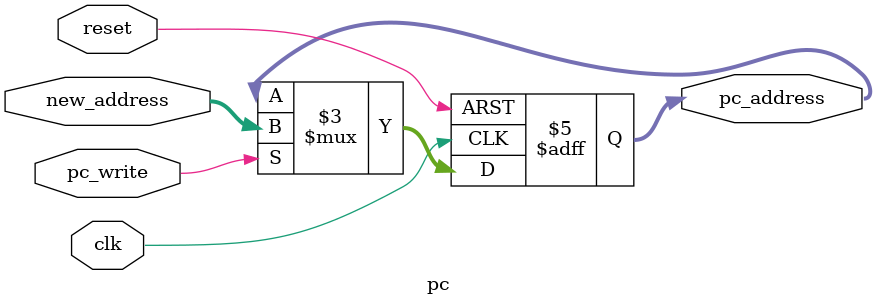
<source format=v>
module pc (
	output reg [15:0] pc_address,
	input [15:0] new_address,
	input clk, reset, pc_write
	);
	always @ (posedge clk or posedge reset)
		if (reset)
			pc_address <= 0;
		else if (pc_write)
			pc_address <= new_address;
		else
			pc_address <= pc_address;
endmodule
	
</source>
